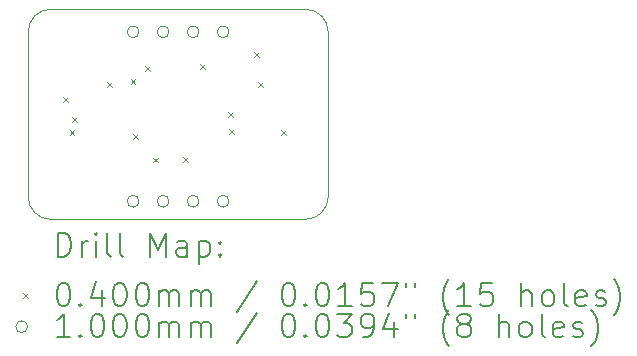
<source format=gbr>
%TF.GenerationSoftware,KiCad,Pcbnew,(6.0.10)*%
%TF.CreationDate,2023-01-14T14:38:56-05:00*%
%TF.ProjectId,AS5600-Breakout,41533536-3030-42d4-9272-65616b6f7574,rev?*%
%TF.SameCoordinates,Original*%
%TF.FileFunction,Drillmap*%
%TF.FilePolarity,Positive*%
%FSLAX45Y45*%
G04 Gerber Fmt 4.5, Leading zero omitted, Abs format (unit mm)*
G04 Created by KiCad (PCBNEW (6.0.10)) date 2023-01-14 14:38:56*
%MOMM*%
%LPD*%
G01*
G04 APERTURE LIST*
%ADD10C,0.100000*%
%ADD11C,0.200000*%
%ADD12C,0.040000*%
G04 APERTURE END LIST*
D10*
X13525500Y-9398000D02*
G75*
G03*
X13716000Y-9207500I0J190500D01*
G01*
X11176000Y-9207500D02*
G75*
G03*
X11366500Y-9398000I190500J0D01*
G01*
X13716000Y-7810500D02*
X13716000Y-9207500D01*
X13716000Y-7810500D02*
G75*
G03*
X13525500Y-7620000I-190500J0D01*
G01*
X11366500Y-7620000D02*
X13525500Y-7620000D01*
X13525500Y-9398000D02*
X11366500Y-9398000D01*
X11176000Y-9207500D02*
X11176000Y-7810500D01*
X11366500Y-7620000D02*
G75*
G03*
X11176000Y-7810500I0J-190500D01*
G01*
D11*
D12*
X11473500Y-8362000D02*
X11513500Y-8402000D01*
X11513500Y-8362000D02*
X11473500Y-8402000D01*
X11526550Y-8641400D02*
X11566550Y-8681400D01*
X11566550Y-8641400D02*
X11526550Y-8681400D01*
X11545950Y-8533880D02*
X11585950Y-8573880D01*
X11585950Y-8533880D02*
X11545950Y-8573880D01*
X11841800Y-8235000D02*
X11881800Y-8275000D01*
X11881800Y-8235000D02*
X11841800Y-8275000D01*
X12044500Y-8210100D02*
X12084500Y-8250100D01*
X12084500Y-8210100D02*
X12044500Y-8250100D01*
X12067500Y-8673966D02*
X12107500Y-8713966D01*
X12107500Y-8673966D02*
X12067500Y-8713966D01*
X12167568Y-8102576D02*
X12207568Y-8142576D01*
X12207568Y-8102576D02*
X12167568Y-8142576D01*
X12235500Y-8875424D02*
X12275500Y-8915424D01*
X12275500Y-8875424D02*
X12235500Y-8915424D01*
X12489500Y-8870000D02*
X12529500Y-8910000D01*
X12529500Y-8870000D02*
X12489500Y-8910000D01*
X12629200Y-8086700D02*
X12669200Y-8126700D01*
X12669200Y-8086700D02*
X12629200Y-8126700D01*
X12870500Y-8489000D02*
X12910500Y-8529000D01*
X12910500Y-8489000D02*
X12870500Y-8529000D01*
X12879100Y-8637300D02*
X12919100Y-8677300D01*
X12919100Y-8637300D02*
X12879100Y-8677300D01*
X13086400Y-7981000D02*
X13126400Y-8021000D01*
X13126400Y-7981000D02*
X13086400Y-8021000D01*
X13124500Y-8235000D02*
X13164500Y-8275000D01*
X13164500Y-8235000D02*
X13124500Y-8275000D01*
X13315000Y-8641400D02*
X13355000Y-8681400D01*
X13355000Y-8641400D02*
X13315000Y-8681400D01*
D10*
X12115000Y-7810500D02*
G75*
G03*
X12115000Y-7810500I-50000J0D01*
G01*
X12115000Y-9245600D02*
G75*
G03*
X12115000Y-9245600I-50000J0D01*
G01*
X12369000Y-7810500D02*
G75*
G03*
X12369000Y-7810500I-50000J0D01*
G01*
X12369000Y-9245600D02*
G75*
G03*
X12369000Y-9245600I-50000J0D01*
G01*
X12623000Y-7810500D02*
G75*
G03*
X12623000Y-7810500I-50000J0D01*
G01*
X12623000Y-9245600D02*
G75*
G03*
X12623000Y-9245600I-50000J0D01*
G01*
X12877000Y-7810500D02*
G75*
G03*
X12877000Y-7810500I-50000J0D01*
G01*
X12877000Y-9245600D02*
G75*
G03*
X12877000Y-9245600I-50000J0D01*
G01*
D11*
X11428619Y-9713476D02*
X11428619Y-9513476D01*
X11476238Y-9513476D01*
X11504809Y-9523000D01*
X11523857Y-9542048D01*
X11533381Y-9561095D01*
X11542905Y-9599190D01*
X11542905Y-9627762D01*
X11533381Y-9665857D01*
X11523857Y-9684905D01*
X11504809Y-9703952D01*
X11476238Y-9713476D01*
X11428619Y-9713476D01*
X11628619Y-9713476D02*
X11628619Y-9580143D01*
X11628619Y-9618238D02*
X11638143Y-9599190D01*
X11647667Y-9589667D01*
X11666714Y-9580143D01*
X11685762Y-9580143D01*
X11752428Y-9713476D02*
X11752428Y-9580143D01*
X11752428Y-9513476D02*
X11742905Y-9523000D01*
X11752428Y-9532524D01*
X11761952Y-9523000D01*
X11752428Y-9513476D01*
X11752428Y-9532524D01*
X11876238Y-9713476D02*
X11857190Y-9703952D01*
X11847667Y-9684905D01*
X11847667Y-9513476D01*
X11981000Y-9713476D02*
X11961952Y-9703952D01*
X11952428Y-9684905D01*
X11952428Y-9513476D01*
X12209571Y-9713476D02*
X12209571Y-9513476D01*
X12276238Y-9656333D01*
X12342905Y-9513476D01*
X12342905Y-9713476D01*
X12523857Y-9713476D02*
X12523857Y-9608714D01*
X12514333Y-9589667D01*
X12495286Y-9580143D01*
X12457190Y-9580143D01*
X12438143Y-9589667D01*
X12523857Y-9703952D02*
X12504809Y-9713476D01*
X12457190Y-9713476D01*
X12438143Y-9703952D01*
X12428619Y-9684905D01*
X12428619Y-9665857D01*
X12438143Y-9646810D01*
X12457190Y-9637286D01*
X12504809Y-9637286D01*
X12523857Y-9627762D01*
X12619095Y-9580143D02*
X12619095Y-9780143D01*
X12619095Y-9589667D02*
X12638143Y-9580143D01*
X12676238Y-9580143D01*
X12695286Y-9589667D01*
X12704809Y-9599190D01*
X12714333Y-9618238D01*
X12714333Y-9675381D01*
X12704809Y-9694429D01*
X12695286Y-9703952D01*
X12676238Y-9713476D01*
X12638143Y-9713476D01*
X12619095Y-9703952D01*
X12800048Y-9694429D02*
X12809571Y-9703952D01*
X12800048Y-9713476D01*
X12790524Y-9703952D01*
X12800048Y-9694429D01*
X12800048Y-9713476D01*
X12800048Y-9589667D02*
X12809571Y-9599190D01*
X12800048Y-9608714D01*
X12790524Y-9599190D01*
X12800048Y-9589667D01*
X12800048Y-9608714D01*
D12*
X11131000Y-10023000D02*
X11171000Y-10063000D01*
X11171000Y-10023000D02*
X11131000Y-10063000D01*
D11*
X11466714Y-9933476D02*
X11485762Y-9933476D01*
X11504809Y-9943000D01*
X11514333Y-9952524D01*
X11523857Y-9971571D01*
X11533381Y-10009667D01*
X11533381Y-10057286D01*
X11523857Y-10095381D01*
X11514333Y-10114429D01*
X11504809Y-10123952D01*
X11485762Y-10133476D01*
X11466714Y-10133476D01*
X11447667Y-10123952D01*
X11438143Y-10114429D01*
X11428619Y-10095381D01*
X11419095Y-10057286D01*
X11419095Y-10009667D01*
X11428619Y-9971571D01*
X11438143Y-9952524D01*
X11447667Y-9943000D01*
X11466714Y-9933476D01*
X11619095Y-10114429D02*
X11628619Y-10123952D01*
X11619095Y-10133476D01*
X11609571Y-10123952D01*
X11619095Y-10114429D01*
X11619095Y-10133476D01*
X11800048Y-10000143D02*
X11800048Y-10133476D01*
X11752428Y-9923952D02*
X11704809Y-10066810D01*
X11828619Y-10066810D01*
X11942905Y-9933476D02*
X11961952Y-9933476D01*
X11981000Y-9943000D01*
X11990524Y-9952524D01*
X12000048Y-9971571D01*
X12009571Y-10009667D01*
X12009571Y-10057286D01*
X12000048Y-10095381D01*
X11990524Y-10114429D01*
X11981000Y-10123952D01*
X11961952Y-10133476D01*
X11942905Y-10133476D01*
X11923857Y-10123952D01*
X11914333Y-10114429D01*
X11904809Y-10095381D01*
X11895286Y-10057286D01*
X11895286Y-10009667D01*
X11904809Y-9971571D01*
X11914333Y-9952524D01*
X11923857Y-9943000D01*
X11942905Y-9933476D01*
X12133381Y-9933476D02*
X12152428Y-9933476D01*
X12171476Y-9943000D01*
X12181000Y-9952524D01*
X12190524Y-9971571D01*
X12200048Y-10009667D01*
X12200048Y-10057286D01*
X12190524Y-10095381D01*
X12181000Y-10114429D01*
X12171476Y-10123952D01*
X12152428Y-10133476D01*
X12133381Y-10133476D01*
X12114333Y-10123952D01*
X12104809Y-10114429D01*
X12095286Y-10095381D01*
X12085762Y-10057286D01*
X12085762Y-10009667D01*
X12095286Y-9971571D01*
X12104809Y-9952524D01*
X12114333Y-9943000D01*
X12133381Y-9933476D01*
X12285762Y-10133476D02*
X12285762Y-10000143D01*
X12285762Y-10019190D02*
X12295286Y-10009667D01*
X12314333Y-10000143D01*
X12342905Y-10000143D01*
X12361952Y-10009667D01*
X12371476Y-10028714D01*
X12371476Y-10133476D01*
X12371476Y-10028714D02*
X12381000Y-10009667D01*
X12400048Y-10000143D01*
X12428619Y-10000143D01*
X12447667Y-10009667D01*
X12457190Y-10028714D01*
X12457190Y-10133476D01*
X12552428Y-10133476D02*
X12552428Y-10000143D01*
X12552428Y-10019190D02*
X12561952Y-10009667D01*
X12581000Y-10000143D01*
X12609571Y-10000143D01*
X12628619Y-10009667D01*
X12638143Y-10028714D01*
X12638143Y-10133476D01*
X12638143Y-10028714D02*
X12647667Y-10009667D01*
X12666714Y-10000143D01*
X12695286Y-10000143D01*
X12714333Y-10009667D01*
X12723857Y-10028714D01*
X12723857Y-10133476D01*
X13114333Y-9923952D02*
X12942905Y-10181095D01*
X13371476Y-9933476D02*
X13390524Y-9933476D01*
X13409571Y-9943000D01*
X13419095Y-9952524D01*
X13428619Y-9971571D01*
X13438143Y-10009667D01*
X13438143Y-10057286D01*
X13428619Y-10095381D01*
X13419095Y-10114429D01*
X13409571Y-10123952D01*
X13390524Y-10133476D01*
X13371476Y-10133476D01*
X13352428Y-10123952D01*
X13342905Y-10114429D01*
X13333381Y-10095381D01*
X13323857Y-10057286D01*
X13323857Y-10009667D01*
X13333381Y-9971571D01*
X13342905Y-9952524D01*
X13352428Y-9943000D01*
X13371476Y-9933476D01*
X13523857Y-10114429D02*
X13533381Y-10123952D01*
X13523857Y-10133476D01*
X13514333Y-10123952D01*
X13523857Y-10114429D01*
X13523857Y-10133476D01*
X13657190Y-9933476D02*
X13676238Y-9933476D01*
X13695286Y-9943000D01*
X13704809Y-9952524D01*
X13714333Y-9971571D01*
X13723857Y-10009667D01*
X13723857Y-10057286D01*
X13714333Y-10095381D01*
X13704809Y-10114429D01*
X13695286Y-10123952D01*
X13676238Y-10133476D01*
X13657190Y-10133476D01*
X13638143Y-10123952D01*
X13628619Y-10114429D01*
X13619095Y-10095381D01*
X13609571Y-10057286D01*
X13609571Y-10009667D01*
X13619095Y-9971571D01*
X13628619Y-9952524D01*
X13638143Y-9943000D01*
X13657190Y-9933476D01*
X13914333Y-10133476D02*
X13800048Y-10133476D01*
X13857190Y-10133476D02*
X13857190Y-9933476D01*
X13838143Y-9962048D01*
X13819095Y-9981095D01*
X13800048Y-9990619D01*
X14095286Y-9933476D02*
X14000048Y-9933476D01*
X13990524Y-10028714D01*
X14000048Y-10019190D01*
X14019095Y-10009667D01*
X14066714Y-10009667D01*
X14085762Y-10019190D01*
X14095286Y-10028714D01*
X14104809Y-10047762D01*
X14104809Y-10095381D01*
X14095286Y-10114429D01*
X14085762Y-10123952D01*
X14066714Y-10133476D01*
X14019095Y-10133476D01*
X14000048Y-10123952D01*
X13990524Y-10114429D01*
X14171476Y-9933476D02*
X14304809Y-9933476D01*
X14219095Y-10133476D01*
X14371476Y-9933476D02*
X14371476Y-9971571D01*
X14447667Y-9933476D02*
X14447667Y-9971571D01*
X14742905Y-10209667D02*
X14733381Y-10200143D01*
X14714333Y-10171571D01*
X14704809Y-10152524D01*
X14695286Y-10123952D01*
X14685762Y-10076333D01*
X14685762Y-10038238D01*
X14695286Y-9990619D01*
X14704809Y-9962048D01*
X14714333Y-9943000D01*
X14733381Y-9914429D01*
X14742905Y-9904905D01*
X14923857Y-10133476D02*
X14809571Y-10133476D01*
X14866714Y-10133476D02*
X14866714Y-9933476D01*
X14847667Y-9962048D01*
X14828619Y-9981095D01*
X14809571Y-9990619D01*
X15104809Y-9933476D02*
X15009571Y-9933476D01*
X15000048Y-10028714D01*
X15009571Y-10019190D01*
X15028619Y-10009667D01*
X15076238Y-10009667D01*
X15095286Y-10019190D01*
X15104809Y-10028714D01*
X15114333Y-10047762D01*
X15114333Y-10095381D01*
X15104809Y-10114429D01*
X15095286Y-10123952D01*
X15076238Y-10133476D01*
X15028619Y-10133476D01*
X15009571Y-10123952D01*
X15000048Y-10114429D01*
X15352428Y-10133476D02*
X15352428Y-9933476D01*
X15438143Y-10133476D02*
X15438143Y-10028714D01*
X15428619Y-10009667D01*
X15409571Y-10000143D01*
X15381000Y-10000143D01*
X15361952Y-10009667D01*
X15352428Y-10019190D01*
X15561952Y-10133476D02*
X15542905Y-10123952D01*
X15533381Y-10114429D01*
X15523857Y-10095381D01*
X15523857Y-10038238D01*
X15533381Y-10019190D01*
X15542905Y-10009667D01*
X15561952Y-10000143D01*
X15590524Y-10000143D01*
X15609571Y-10009667D01*
X15619095Y-10019190D01*
X15628619Y-10038238D01*
X15628619Y-10095381D01*
X15619095Y-10114429D01*
X15609571Y-10123952D01*
X15590524Y-10133476D01*
X15561952Y-10133476D01*
X15742905Y-10133476D02*
X15723857Y-10123952D01*
X15714333Y-10104905D01*
X15714333Y-9933476D01*
X15895286Y-10123952D02*
X15876238Y-10133476D01*
X15838143Y-10133476D01*
X15819095Y-10123952D01*
X15809571Y-10104905D01*
X15809571Y-10028714D01*
X15819095Y-10009667D01*
X15838143Y-10000143D01*
X15876238Y-10000143D01*
X15895286Y-10009667D01*
X15904809Y-10028714D01*
X15904809Y-10047762D01*
X15809571Y-10066810D01*
X15981000Y-10123952D02*
X16000048Y-10133476D01*
X16038143Y-10133476D01*
X16057190Y-10123952D01*
X16066714Y-10104905D01*
X16066714Y-10095381D01*
X16057190Y-10076333D01*
X16038143Y-10066810D01*
X16009571Y-10066810D01*
X15990524Y-10057286D01*
X15981000Y-10038238D01*
X15981000Y-10028714D01*
X15990524Y-10009667D01*
X16009571Y-10000143D01*
X16038143Y-10000143D01*
X16057190Y-10009667D01*
X16133381Y-10209667D02*
X16142905Y-10200143D01*
X16161952Y-10171571D01*
X16171476Y-10152524D01*
X16181000Y-10123952D01*
X16190524Y-10076333D01*
X16190524Y-10038238D01*
X16181000Y-9990619D01*
X16171476Y-9962048D01*
X16161952Y-9943000D01*
X16142905Y-9914429D01*
X16133381Y-9904905D01*
D10*
X11171000Y-10307000D02*
G75*
G03*
X11171000Y-10307000I-50000J0D01*
G01*
D11*
X11533381Y-10397476D02*
X11419095Y-10397476D01*
X11476238Y-10397476D02*
X11476238Y-10197476D01*
X11457190Y-10226048D01*
X11438143Y-10245095D01*
X11419095Y-10254619D01*
X11619095Y-10378429D02*
X11628619Y-10387952D01*
X11619095Y-10397476D01*
X11609571Y-10387952D01*
X11619095Y-10378429D01*
X11619095Y-10397476D01*
X11752428Y-10197476D02*
X11771476Y-10197476D01*
X11790524Y-10207000D01*
X11800048Y-10216524D01*
X11809571Y-10235571D01*
X11819095Y-10273667D01*
X11819095Y-10321286D01*
X11809571Y-10359381D01*
X11800048Y-10378429D01*
X11790524Y-10387952D01*
X11771476Y-10397476D01*
X11752428Y-10397476D01*
X11733381Y-10387952D01*
X11723857Y-10378429D01*
X11714333Y-10359381D01*
X11704809Y-10321286D01*
X11704809Y-10273667D01*
X11714333Y-10235571D01*
X11723857Y-10216524D01*
X11733381Y-10207000D01*
X11752428Y-10197476D01*
X11942905Y-10197476D02*
X11961952Y-10197476D01*
X11981000Y-10207000D01*
X11990524Y-10216524D01*
X12000048Y-10235571D01*
X12009571Y-10273667D01*
X12009571Y-10321286D01*
X12000048Y-10359381D01*
X11990524Y-10378429D01*
X11981000Y-10387952D01*
X11961952Y-10397476D01*
X11942905Y-10397476D01*
X11923857Y-10387952D01*
X11914333Y-10378429D01*
X11904809Y-10359381D01*
X11895286Y-10321286D01*
X11895286Y-10273667D01*
X11904809Y-10235571D01*
X11914333Y-10216524D01*
X11923857Y-10207000D01*
X11942905Y-10197476D01*
X12133381Y-10197476D02*
X12152428Y-10197476D01*
X12171476Y-10207000D01*
X12181000Y-10216524D01*
X12190524Y-10235571D01*
X12200048Y-10273667D01*
X12200048Y-10321286D01*
X12190524Y-10359381D01*
X12181000Y-10378429D01*
X12171476Y-10387952D01*
X12152428Y-10397476D01*
X12133381Y-10397476D01*
X12114333Y-10387952D01*
X12104809Y-10378429D01*
X12095286Y-10359381D01*
X12085762Y-10321286D01*
X12085762Y-10273667D01*
X12095286Y-10235571D01*
X12104809Y-10216524D01*
X12114333Y-10207000D01*
X12133381Y-10197476D01*
X12285762Y-10397476D02*
X12285762Y-10264143D01*
X12285762Y-10283190D02*
X12295286Y-10273667D01*
X12314333Y-10264143D01*
X12342905Y-10264143D01*
X12361952Y-10273667D01*
X12371476Y-10292714D01*
X12371476Y-10397476D01*
X12371476Y-10292714D02*
X12381000Y-10273667D01*
X12400048Y-10264143D01*
X12428619Y-10264143D01*
X12447667Y-10273667D01*
X12457190Y-10292714D01*
X12457190Y-10397476D01*
X12552428Y-10397476D02*
X12552428Y-10264143D01*
X12552428Y-10283190D02*
X12561952Y-10273667D01*
X12581000Y-10264143D01*
X12609571Y-10264143D01*
X12628619Y-10273667D01*
X12638143Y-10292714D01*
X12638143Y-10397476D01*
X12638143Y-10292714D02*
X12647667Y-10273667D01*
X12666714Y-10264143D01*
X12695286Y-10264143D01*
X12714333Y-10273667D01*
X12723857Y-10292714D01*
X12723857Y-10397476D01*
X13114333Y-10187952D02*
X12942905Y-10445095D01*
X13371476Y-10197476D02*
X13390524Y-10197476D01*
X13409571Y-10207000D01*
X13419095Y-10216524D01*
X13428619Y-10235571D01*
X13438143Y-10273667D01*
X13438143Y-10321286D01*
X13428619Y-10359381D01*
X13419095Y-10378429D01*
X13409571Y-10387952D01*
X13390524Y-10397476D01*
X13371476Y-10397476D01*
X13352428Y-10387952D01*
X13342905Y-10378429D01*
X13333381Y-10359381D01*
X13323857Y-10321286D01*
X13323857Y-10273667D01*
X13333381Y-10235571D01*
X13342905Y-10216524D01*
X13352428Y-10207000D01*
X13371476Y-10197476D01*
X13523857Y-10378429D02*
X13533381Y-10387952D01*
X13523857Y-10397476D01*
X13514333Y-10387952D01*
X13523857Y-10378429D01*
X13523857Y-10397476D01*
X13657190Y-10197476D02*
X13676238Y-10197476D01*
X13695286Y-10207000D01*
X13704809Y-10216524D01*
X13714333Y-10235571D01*
X13723857Y-10273667D01*
X13723857Y-10321286D01*
X13714333Y-10359381D01*
X13704809Y-10378429D01*
X13695286Y-10387952D01*
X13676238Y-10397476D01*
X13657190Y-10397476D01*
X13638143Y-10387952D01*
X13628619Y-10378429D01*
X13619095Y-10359381D01*
X13609571Y-10321286D01*
X13609571Y-10273667D01*
X13619095Y-10235571D01*
X13628619Y-10216524D01*
X13638143Y-10207000D01*
X13657190Y-10197476D01*
X13790524Y-10197476D02*
X13914333Y-10197476D01*
X13847667Y-10273667D01*
X13876238Y-10273667D01*
X13895286Y-10283190D01*
X13904809Y-10292714D01*
X13914333Y-10311762D01*
X13914333Y-10359381D01*
X13904809Y-10378429D01*
X13895286Y-10387952D01*
X13876238Y-10397476D01*
X13819095Y-10397476D01*
X13800048Y-10387952D01*
X13790524Y-10378429D01*
X14009571Y-10397476D02*
X14047667Y-10397476D01*
X14066714Y-10387952D01*
X14076238Y-10378429D01*
X14095286Y-10349857D01*
X14104809Y-10311762D01*
X14104809Y-10235571D01*
X14095286Y-10216524D01*
X14085762Y-10207000D01*
X14066714Y-10197476D01*
X14028619Y-10197476D01*
X14009571Y-10207000D01*
X14000048Y-10216524D01*
X13990524Y-10235571D01*
X13990524Y-10283190D01*
X14000048Y-10302238D01*
X14009571Y-10311762D01*
X14028619Y-10321286D01*
X14066714Y-10321286D01*
X14085762Y-10311762D01*
X14095286Y-10302238D01*
X14104809Y-10283190D01*
X14276238Y-10264143D02*
X14276238Y-10397476D01*
X14228619Y-10187952D02*
X14181000Y-10330810D01*
X14304809Y-10330810D01*
X14371476Y-10197476D02*
X14371476Y-10235571D01*
X14447667Y-10197476D02*
X14447667Y-10235571D01*
X14742905Y-10473667D02*
X14733381Y-10464143D01*
X14714333Y-10435571D01*
X14704809Y-10416524D01*
X14695286Y-10387952D01*
X14685762Y-10340333D01*
X14685762Y-10302238D01*
X14695286Y-10254619D01*
X14704809Y-10226048D01*
X14714333Y-10207000D01*
X14733381Y-10178429D01*
X14742905Y-10168905D01*
X14847667Y-10283190D02*
X14828619Y-10273667D01*
X14819095Y-10264143D01*
X14809571Y-10245095D01*
X14809571Y-10235571D01*
X14819095Y-10216524D01*
X14828619Y-10207000D01*
X14847667Y-10197476D01*
X14885762Y-10197476D01*
X14904809Y-10207000D01*
X14914333Y-10216524D01*
X14923857Y-10235571D01*
X14923857Y-10245095D01*
X14914333Y-10264143D01*
X14904809Y-10273667D01*
X14885762Y-10283190D01*
X14847667Y-10283190D01*
X14828619Y-10292714D01*
X14819095Y-10302238D01*
X14809571Y-10321286D01*
X14809571Y-10359381D01*
X14819095Y-10378429D01*
X14828619Y-10387952D01*
X14847667Y-10397476D01*
X14885762Y-10397476D01*
X14904809Y-10387952D01*
X14914333Y-10378429D01*
X14923857Y-10359381D01*
X14923857Y-10321286D01*
X14914333Y-10302238D01*
X14904809Y-10292714D01*
X14885762Y-10283190D01*
X15161952Y-10397476D02*
X15161952Y-10197476D01*
X15247667Y-10397476D02*
X15247667Y-10292714D01*
X15238143Y-10273667D01*
X15219095Y-10264143D01*
X15190524Y-10264143D01*
X15171476Y-10273667D01*
X15161952Y-10283190D01*
X15371476Y-10397476D02*
X15352428Y-10387952D01*
X15342905Y-10378429D01*
X15333381Y-10359381D01*
X15333381Y-10302238D01*
X15342905Y-10283190D01*
X15352428Y-10273667D01*
X15371476Y-10264143D01*
X15400048Y-10264143D01*
X15419095Y-10273667D01*
X15428619Y-10283190D01*
X15438143Y-10302238D01*
X15438143Y-10359381D01*
X15428619Y-10378429D01*
X15419095Y-10387952D01*
X15400048Y-10397476D01*
X15371476Y-10397476D01*
X15552428Y-10397476D02*
X15533381Y-10387952D01*
X15523857Y-10368905D01*
X15523857Y-10197476D01*
X15704809Y-10387952D02*
X15685762Y-10397476D01*
X15647667Y-10397476D01*
X15628619Y-10387952D01*
X15619095Y-10368905D01*
X15619095Y-10292714D01*
X15628619Y-10273667D01*
X15647667Y-10264143D01*
X15685762Y-10264143D01*
X15704809Y-10273667D01*
X15714333Y-10292714D01*
X15714333Y-10311762D01*
X15619095Y-10330810D01*
X15790524Y-10387952D02*
X15809571Y-10397476D01*
X15847667Y-10397476D01*
X15866714Y-10387952D01*
X15876238Y-10368905D01*
X15876238Y-10359381D01*
X15866714Y-10340333D01*
X15847667Y-10330810D01*
X15819095Y-10330810D01*
X15800048Y-10321286D01*
X15790524Y-10302238D01*
X15790524Y-10292714D01*
X15800048Y-10273667D01*
X15819095Y-10264143D01*
X15847667Y-10264143D01*
X15866714Y-10273667D01*
X15942905Y-10473667D02*
X15952428Y-10464143D01*
X15971476Y-10435571D01*
X15981000Y-10416524D01*
X15990524Y-10387952D01*
X16000048Y-10340333D01*
X16000048Y-10302238D01*
X15990524Y-10254619D01*
X15981000Y-10226048D01*
X15971476Y-10207000D01*
X15952428Y-10178429D01*
X15942905Y-10168905D01*
M02*

</source>
